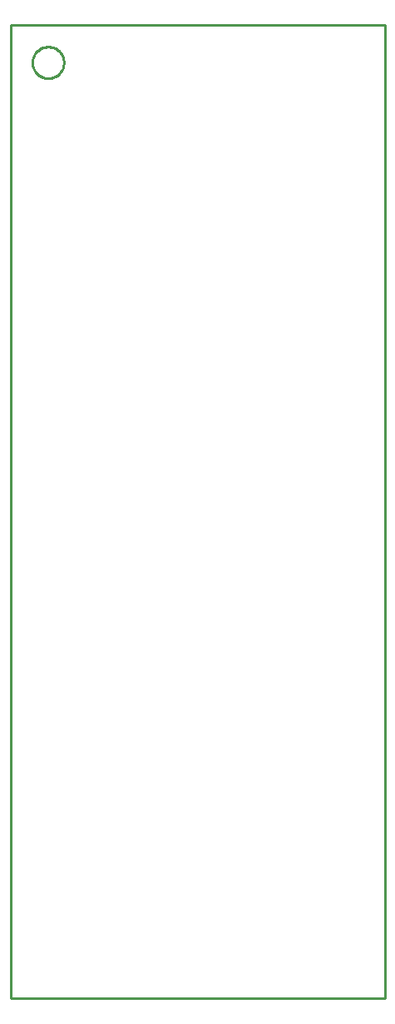
<source format=gko>
G04 EAGLE Gerber RS-274X export*
G75*
%MOMM*%
%FSLAX34Y34*%
%LPD*%
%INBoard Outline*%
%IPPOS*%
%AMOC8*
5,1,8,0,0,1.08239X$1,22.5*%
G01*
%ADD10C,0.000000*%
%ADD11C,0.254000*%


D10*
X0Y0D02*
X0Y990600D01*
X0Y0D02*
X381000Y0D01*
X381000Y990600D02*
X0Y990600D01*
X381000Y990600D02*
X381000Y0D01*
X22100Y952500D02*
X22105Y952893D01*
X22119Y953285D01*
X22143Y953677D01*
X22177Y954068D01*
X22220Y954459D01*
X22273Y954848D01*
X22336Y955235D01*
X22407Y955621D01*
X22489Y956006D01*
X22579Y956388D01*
X22680Y956767D01*
X22789Y957145D01*
X22908Y957519D01*
X23035Y957890D01*
X23172Y958258D01*
X23318Y958623D01*
X23473Y958984D01*
X23636Y959341D01*
X23808Y959694D01*
X23989Y960042D01*
X24179Y960386D01*
X24376Y960726D01*
X24582Y961060D01*
X24796Y961389D01*
X25019Y961713D01*
X25249Y962031D01*
X25486Y962344D01*
X25732Y962650D01*
X25985Y962951D01*
X26245Y963245D01*
X26512Y963533D01*
X26786Y963814D01*
X27067Y964088D01*
X27355Y964355D01*
X27649Y964615D01*
X27950Y964868D01*
X28256Y965114D01*
X28569Y965351D01*
X28887Y965581D01*
X29211Y965804D01*
X29540Y966018D01*
X29874Y966224D01*
X30214Y966421D01*
X30558Y966611D01*
X30906Y966792D01*
X31259Y966964D01*
X31616Y967127D01*
X31977Y967282D01*
X32342Y967428D01*
X32710Y967565D01*
X33081Y967692D01*
X33455Y967811D01*
X33833Y967920D01*
X34212Y968021D01*
X34594Y968111D01*
X34979Y968193D01*
X35365Y968264D01*
X35752Y968327D01*
X36141Y968380D01*
X36532Y968423D01*
X36923Y968457D01*
X37315Y968481D01*
X37707Y968495D01*
X38100Y968500D01*
X38493Y968495D01*
X38885Y968481D01*
X39277Y968457D01*
X39668Y968423D01*
X40059Y968380D01*
X40448Y968327D01*
X40835Y968264D01*
X41221Y968193D01*
X41606Y968111D01*
X41988Y968021D01*
X42367Y967920D01*
X42745Y967811D01*
X43119Y967692D01*
X43490Y967565D01*
X43858Y967428D01*
X44223Y967282D01*
X44584Y967127D01*
X44941Y966964D01*
X45294Y966792D01*
X45642Y966611D01*
X45986Y966421D01*
X46326Y966224D01*
X46660Y966018D01*
X46989Y965804D01*
X47313Y965581D01*
X47631Y965351D01*
X47944Y965114D01*
X48250Y964868D01*
X48551Y964615D01*
X48845Y964355D01*
X49133Y964088D01*
X49414Y963814D01*
X49688Y963533D01*
X49955Y963245D01*
X50215Y962951D01*
X50468Y962650D01*
X50714Y962344D01*
X50951Y962031D01*
X51181Y961713D01*
X51404Y961389D01*
X51618Y961060D01*
X51824Y960726D01*
X52021Y960386D01*
X52211Y960042D01*
X52392Y959694D01*
X52564Y959341D01*
X52727Y958984D01*
X52882Y958623D01*
X53028Y958258D01*
X53165Y957890D01*
X53292Y957519D01*
X53411Y957145D01*
X53520Y956767D01*
X53621Y956388D01*
X53711Y956006D01*
X53793Y955621D01*
X53864Y955235D01*
X53927Y954848D01*
X53980Y954459D01*
X54023Y954068D01*
X54057Y953677D01*
X54081Y953285D01*
X54095Y952893D01*
X54100Y952500D01*
X54095Y952107D01*
X54081Y951715D01*
X54057Y951323D01*
X54023Y950932D01*
X53980Y950541D01*
X53927Y950152D01*
X53864Y949765D01*
X53793Y949379D01*
X53711Y948994D01*
X53621Y948612D01*
X53520Y948233D01*
X53411Y947855D01*
X53292Y947481D01*
X53165Y947110D01*
X53028Y946742D01*
X52882Y946377D01*
X52727Y946016D01*
X52564Y945659D01*
X52392Y945306D01*
X52211Y944958D01*
X52021Y944614D01*
X51824Y944274D01*
X51618Y943940D01*
X51404Y943611D01*
X51181Y943287D01*
X50951Y942969D01*
X50714Y942656D01*
X50468Y942350D01*
X50215Y942049D01*
X49955Y941755D01*
X49688Y941467D01*
X49414Y941186D01*
X49133Y940912D01*
X48845Y940645D01*
X48551Y940385D01*
X48250Y940132D01*
X47944Y939886D01*
X47631Y939649D01*
X47313Y939419D01*
X46989Y939196D01*
X46660Y938982D01*
X46326Y938776D01*
X45986Y938579D01*
X45642Y938389D01*
X45294Y938208D01*
X44941Y938036D01*
X44584Y937873D01*
X44223Y937718D01*
X43858Y937572D01*
X43490Y937435D01*
X43119Y937308D01*
X42745Y937189D01*
X42367Y937080D01*
X41988Y936979D01*
X41606Y936889D01*
X41221Y936807D01*
X40835Y936736D01*
X40448Y936673D01*
X40059Y936620D01*
X39668Y936577D01*
X39277Y936543D01*
X38885Y936519D01*
X38493Y936505D01*
X38100Y936500D01*
X37707Y936505D01*
X37315Y936519D01*
X36923Y936543D01*
X36532Y936577D01*
X36141Y936620D01*
X35752Y936673D01*
X35365Y936736D01*
X34979Y936807D01*
X34594Y936889D01*
X34212Y936979D01*
X33833Y937080D01*
X33455Y937189D01*
X33081Y937308D01*
X32710Y937435D01*
X32342Y937572D01*
X31977Y937718D01*
X31616Y937873D01*
X31259Y938036D01*
X30906Y938208D01*
X30558Y938389D01*
X30214Y938579D01*
X29874Y938776D01*
X29540Y938982D01*
X29211Y939196D01*
X28887Y939419D01*
X28569Y939649D01*
X28256Y939886D01*
X27950Y940132D01*
X27649Y940385D01*
X27355Y940645D01*
X27067Y940912D01*
X26786Y941186D01*
X26512Y941467D01*
X26245Y941755D01*
X25985Y942049D01*
X25732Y942350D01*
X25486Y942656D01*
X25249Y942969D01*
X25019Y943287D01*
X24796Y943611D01*
X24582Y943940D01*
X24376Y944274D01*
X24179Y944614D01*
X23989Y944958D01*
X23808Y945306D01*
X23636Y945659D01*
X23473Y946016D01*
X23318Y946377D01*
X23172Y946742D01*
X23035Y947110D01*
X22908Y947481D01*
X22789Y947855D01*
X22680Y948233D01*
X22579Y948612D01*
X22489Y948994D01*
X22407Y949379D01*
X22336Y949765D01*
X22273Y950152D01*
X22220Y950541D01*
X22177Y950932D01*
X22143Y951323D01*
X22119Y951715D01*
X22105Y952107D01*
X22100Y952500D01*
D11*
X0Y0D02*
X381000Y0D01*
X381000Y990600D01*
X0Y990600D01*
X0Y0D01*
X54100Y951976D02*
X54032Y950931D01*
X53895Y949892D01*
X53690Y948865D01*
X53419Y947853D01*
X53083Y946861D01*
X52682Y945893D01*
X52218Y944954D01*
X51695Y944046D01*
X51113Y943175D01*
X50475Y942344D01*
X49784Y941557D01*
X49043Y940816D01*
X48256Y940125D01*
X47425Y939488D01*
X46554Y938906D01*
X45646Y938382D01*
X44707Y937918D01*
X43739Y937517D01*
X42747Y937181D01*
X41735Y936910D01*
X40708Y936705D01*
X39669Y936569D01*
X38624Y936500D01*
X37576Y936500D01*
X36531Y936569D01*
X35492Y936705D01*
X34465Y936910D01*
X33453Y937181D01*
X32461Y937517D01*
X31493Y937918D01*
X30554Y938382D01*
X29646Y938906D01*
X28775Y939488D01*
X27944Y940125D01*
X27157Y940816D01*
X26416Y941557D01*
X25725Y942344D01*
X25088Y943175D01*
X24506Y944046D01*
X23982Y944954D01*
X23518Y945893D01*
X23117Y946861D01*
X22781Y947853D01*
X22510Y948865D01*
X22305Y949892D01*
X22169Y950931D01*
X22100Y951976D01*
X22100Y953024D01*
X22169Y954069D01*
X22305Y955108D01*
X22510Y956135D01*
X22781Y957147D01*
X23117Y958139D01*
X23518Y959107D01*
X23982Y960046D01*
X24506Y960954D01*
X25088Y961825D01*
X25725Y962656D01*
X26416Y963443D01*
X27157Y964184D01*
X27944Y964875D01*
X28775Y965513D01*
X29646Y966095D01*
X30554Y966618D01*
X31493Y967082D01*
X32461Y967483D01*
X33453Y967819D01*
X34465Y968090D01*
X35492Y968295D01*
X36531Y968432D01*
X37576Y968500D01*
X38624Y968500D01*
X39669Y968432D01*
X40708Y968295D01*
X41735Y968090D01*
X42747Y967819D01*
X43739Y967483D01*
X44707Y967082D01*
X45646Y966618D01*
X46554Y966095D01*
X47425Y965513D01*
X48256Y964875D01*
X49043Y964184D01*
X49784Y963443D01*
X50475Y962656D01*
X51113Y961825D01*
X51695Y960954D01*
X52218Y960046D01*
X52682Y959107D01*
X53083Y958139D01*
X53419Y957147D01*
X53690Y956135D01*
X53895Y955108D01*
X54032Y954069D01*
X54100Y953024D01*
X54100Y951976D01*
M02*

</source>
